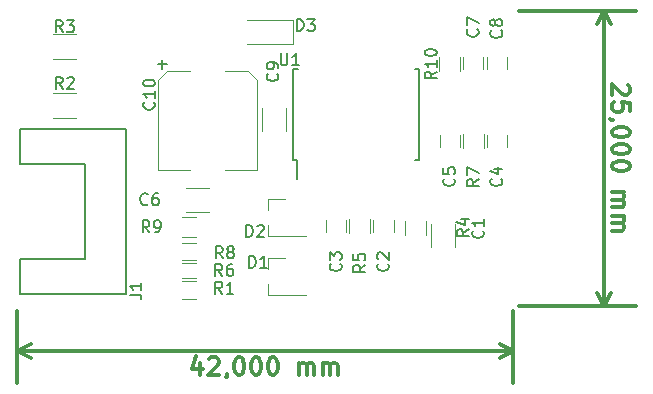
<source format=gto>
G04 #@! TF.FileFunction,Legend,Top*
%FSLAX46Y46*%
G04 Gerber Fmt 4.6, Leading zero omitted, Abs format (unit mm)*
G04 Created by KiCad (PCBNEW 4.0.7) date 06/29/18 00:15:07*
%MOMM*%
%LPD*%
G01*
G04 APERTURE LIST*
%ADD10C,0.100000*%
%ADD11C,0.300000*%
%ADD12C,0.120000*%
%ADD13C,0.150000*%
G04 APERTURE END LIST*
D10*
D11*
X164000001Y-100328571D02*
X164000001Y-101328571D01*
X163642858Y-99757143D02*
X163285715Y-100828571D01*
X164214287Y-100828571D01*
X164714286Y-99971429D02*
X164785715Y-99900000D01*
X164928572Y-99828571D01*
X165285715Y-99828571D01*
X165428572Y-99900000D01*
X165500001Y-99971429D01*
X165571429Y-100114286D01*
X165571429Y-100257143D01*
X165500001Y-100471429D01*
X164642858Y-101328571D01*
X165571429Y-101328571D01*
X166285714Y-101257143D02*
X166285714Y-101328571D01*
X166214286Y-101471429D01*
X166142857Y-101542857D01*
X167214286Y-99828571D02*
X167357143Y-99828571D01*
X167500000Y-99900000D01*
X167571429Y-99971429D01*
X167642858Y-100114286D01*
X167714286Y-100400000D01*
X167714286Y-100757143D01*
X167642858Y-101042857D01*
X167571429Y-101185714D01*
X167500000Y-101257143D01*
X167357143Y-101328571D01*
X167214286Y-101328571D01*
X167071429Y-101257143D01*
X167000000Y-101185714D01*
X166928572Y-101042857D01*
X166857143Y-100757143D01*
X166857143Y-100400000D01*
X166928572Y-100114286D01*
X167000000Y-99971429D01*
X167071429Y-99900000D01*
X167214286Y-99828571D01*
X168642857Y-99828571D02*
X168785714Y-99828571D01*
X168928571Y-99900000D01*
X169000000Y-99971429D01*
X169071429Y-100114286D01*
X169142857Y-100400000D01*
X169142857Y-100757143D01*
X169071429Y-101042857D01*
X169000000Y-101185714D01*
X168928571Y-101257143D01*
X168785714Y-101328571D01*
X168642857Y-101328571D01*
X168500000Y-101257143D01*
X168428571Y-101185714D01*
X168357143Y-101042857D01*
X168285714Y-100757143D01*
X168285714Y-100400000D01*
X168357143Y-100114286D01*
X168428571Y-99971429D01*
X168500000Y-99900000D01*
X168642857Y-99828571D01*
X170071428Y-99828571D02*
X170214285Y-99828571D01*
X170357142Y-99900000D01*
X170428571Y-99971429D01*
X170500000Y-100114286D01*
X170571428Y-100400000D01*
X170571428Y-100757143D01*
X170500000Y-101042857D01*
X170428571Y-101185714D01*
X170357142Y-101257143D01*
X170214285Y-101328571D01*
X170071428Y-101328571D01*
X169928571Y-101257143D01*
X169857142Y-101185714D01*
X169785714Y-101042857D01*
X169714285Y-100757143D01*
X169714285Y-100400000D01*
X169785714Y-100114286D01*
X169857142Y-99971429D01*
X169928571Y-99900000D01*
X170071428Y-99828571D01*
X172357142Y-101328571D02*
X172357142Y-100328571D01*
X172357142Y-100471429D02*
X172428570Y-100400000D01*
X172571428Y-100328571D01*
X172785713Y-100328571D01*
X172928570Y-100400000D01*
X172999999Y-100542857D01*
X172999999Y-101328571D01*
X172999999Y-100542857D02*
X173071428Y-100400000D01*
X173214285Y-100328571D01*
X173428570Y-100328571D01*
X173571428Y-100400000D01*
X173642856Y-100542857D01*
X173642856Y-101328571D01*
X174357142Y-101328571D02*
X174357142Y-100328571D01*
X174357142Y-100471429D02*
X174428570Y-100400000D01*
X174571428Y-100328571D01*
X174785713Y-100328571D01*
X174928570Y-100400000D01*
X174999999Y-100542857D01*
X174999999Y-101328571D01*
X174999999Y-100542857D02*
X175071428Y-100400000D01*
X175214285Y-100328571D01*
X175428570Y-100328571D01*
X175571428Y-100400000D01*
X175642856Y-100542857D01*
X175642856Y-101328571D01*
X148500000Y-99300000D02*
X190500000Y-99300000D01*
X148500000Y-95900000D02*
X148500000Y-102000000D01*
X190500000Y-95900000D02*
X190500000Y-102000000D01*
X190500000Y-99300000D02*
X189373496Y-99886421D01*
X190500000Y-99300000D02*
X189373496Y-98713579D01*
X148500000Y-99300000D02*
X149626504Y-99886421D01*
X148500000Y-99300000D02*
X149626504Y-98713579D01*
X200228571Y-76785715D02*
X200300000Y-76857144D01*
X200371429Y-77000001D01*
X200371429Y-77357144D01*
X200300000Y-77500001D01*
X200228571Y-77571430D01*
X200085714Y-77642858D01*
X199942857Y-77642858D01*
X199728571Y-77571430D01*
X198871429Y-76714287D01*
X198871429Y-77642858D01*
X200371429Y-79000001D02*
X200371429Y-78285715D01*
X199657143Y-78214286D01*
X199728571Y-78285715D01*
X199800000Y-78428572D01*
X199800000Y-78785715D01*
X199728571Y-78928572D01*
X199657143Y-79000001D01*
X199514286Y-79071429D01*
X199157143Y-79071429D01*
X199014286Y-79000001D01*
X198942857Y-78928572D01*
X198871429Y-78785715D01*
X198871429Y-78428572D01*
X198942857Y-78285715D01*
X199014286Y-78214286D01*
X198942857Y-79785714D02*
X198871429Y-79785714D01*
X198728571Y-79714286D01*
X198657143Y-79642857D01*
X200371429Y-80714286D02*
X200371429Y-80857143D01*
X200300000Y-81000000D01*
X200228571Y-81071429D01*
X200085714Y-81142858D01*
X199800000Y-81214286D01*
X199442857Y-81214286D01*
X199157143Y-81142858D01*
X199014286Y-81071429D01*
X198942857Y-81000000D01*
X198871429Y-80857143D01*
X198871429Y-80714286D01*
X198942857Y-80571429D01*
X199014286Y-80500000D01*
X199157143Y-80428572D01*
X199442857Y-80357143D01*
X199800000Y-80357143D01*
X200085714Y-80428572D01*
X200228571Y-80500000D01*
X200300000Y-80571429D01*
X200371429Y-80714286D01*
X200371429Y-82142857D02*
X200371429Y-82285714D01*
X200300000Y-82428571D01*
X200228571Y-82500000D01*
X200085714Y-82571429D01*
X199800000Y-82642857D01*
X199442857Y-82642857D01*
X199157143Y-82571429D01*
X199014286Y-82500000D01*
X198942857Y-82428571D01*
X198871429Y-82285714D01*
X198871429Y-82142857D01*
X198942857Y-82000000D01*
X199014286Y-81928571D01*
X199157143Y-81857143D01*
X199442857Y-81785714D01*
X199800000Y-81785714D01*
X200085714Y-81857143D01*
X200228571Y-81928571D01*
X200300000Y-82000000D01*
X200371429Y-82142857D01*
X200371429Y-83571428D02*
X200371429Y-83714285D01*
X200300000Y-83857142D01*
X200228571Y-83928571D01*
X200085714Y-84000000D01*
X199800000Y-84071428D01*
X199442857Y-84071428D01*
X199157143Y-84000000D01*
X199014286Y-83928571D01*
X198942857Y-83857142D01*
X198871429Y-83714285D01*
X198871429Y-83571428D01*
X198942857Y-83428571D01*
X199014286Y-83357142D01*
X199157143Y-83285714D01*
X199442857Y-83214285D01*
X199800000Y-83214285D01*
X200085714Y-83285714D01*
X200228571Y-83357142D01*
X200300000Y-83428571D01*
X200371429Y-83571428D01*
X198871429Y-85857142D02*
X199871429Y-85857142D01*
X199728571Y-85857142D02*
X199800000Y-85928570D01*
X199871429Y-86071428D01*
X199871429Y-86285713D01*
X199800000Y-86428570D01*
X199657143Y-86499999D01*
X198871429Y-86499999D01*
X199657143Y-86499999D02*
X199800000Y-86571428D01*
X199871429Y-86714285D01*
X199871429Y-86928570D01*
X199800000Y-87071428D01*
X199657143Y-87142856D01*
X198871429Y-87142856D01*
X198871429Y-87857142D02*
X199871429Y-87857142D01*
X199728571Y-87857142D02*
X199800000Y-87928570D01*
X199871429Y-88071428D01*
X199871429Y-88285713D01*
X199800000Y-88428570D01*
X199657143Y-88499999D01*
X198871429Y-88499999D01*
X199657143Y-88499999D02*
X199800000Y-88571428D01*
X199871429Y-88714285D01*
X199871429Y-88928570D01*
X199800000Y-89071428D01*
X199657143Y-89142856D01*
X198871429Y-89142856D01*
X198200000Y-70500000D02*
X198200000Y-95500000D01*
X191000000Y-70500000D02*
X200900000Y-70500000D01*
X191000000Y-95500000D02*
X200900000Y-95500000D01*
X198200000Y-95500000D02*
X197613579Y-94373496D01*
X198200000Y-95500000D02*
X198786421Y-94373496D01*
X198200000Y-70500000D02*
X197613579Y-71626504D01*
X198200000Y-70500000D02*
X198786421Y-71626504D01*
D12*
X188250000Y-74400000D02*
X188250000Y-75400000D01*
X189950000Y-75400000D02*
X189950000Y-74400000D01*
D13*
X171875000Y-83175000D02*
X172150000Y-83175000D01*
X171875000Y-75425000D02*
X172230000Y-75425000D01*
X182525000Y-75425000D02*
X182170000Y-75425000D01*
X182525000Y-83175000D02*
X182170000Y-83175000D01*
X171875000Y-83175000D02*
X171875000Y-75425000D01*
X182525000Y-83175000D02*
X182525000Y-75425000D01*
X172150000Y-83175000D02*
X172150000Y-84700000D01*
D12*
X185532000Y-90528000D02*
X185532000Y-88528000D01*
X183492000Y-88528000D02*
X183492000Y-90528000D01*
X178650000Y-88250000D02*
X178650000Y-89250000D01*
X180350000Y-89250000D02*
X180350000Y-88250000D01*
X176350000Y-89250000D02*
X176350000Y-88250000D01*
X174650000Y-88250000D02*
X174650000Y-89250000D01*
X188250000Y-81000000D02*
X188250000Y-82000000D01*
X189950000Y-82000000D02*
X189950000Y-81000000D01*
X184250000Y-81000000D02*
X184250000Y-82000000D01*
X185950000Y-82000000D02*
X185950000Y-81000000D01*
X162750000Y-87520000D02*
X164750000Y-87520000D01*
X164750000Y-85480000D02*
X162750000Y-85480000D01*
X186250000Y-74400000D02*
X186250000Y-75400000D01*
X187950000Y-75400000D02*
X187950000Y-74400000D01*
X171220000Y-80700000D02*
X171220000Y-78700000D01*
X169180000Y-78700000D02*
X169180000Y-80700000D01*
X160410000Y-83994000D02*
X163090000Y-83994000D01*
X168790000Y-83994000D02*
X166110000Y-83994000D01*
X168030000Y-75614000D02*
X166110000Y-75614000D01*
X161170000Y-75614000D02*
X163090000Y-75614000D01*
X160410000Y-83994000D02*
X160410000Y-76374000D01*
X160410000Y-76374000D02*
X161170000Y-75614000D01*
X168030000Y-75614000D02*
X168790000Y-76374000D01*
X168790000Y-76374000D02*
X168790000Y-83994000D01*
X169740000Y-91420000D02*
X169740000Y-92350000D01*
X169740000Y-94580000D02*
X169740000Y-93650000D01*
X169740000Y-94580000D02*
X172900000Y-94580000D01*
X169740000Y-91420000D02*
X171200000Y-91420000D01*
X169740000Y-86420000D02*
X169740000Y-87350000D01*
X169740000Y-89580000D02*
X169740000Y-88650000D01*
X169740000Y-89580000D02*
X172900000Y-89580000D01*
X169740000Y-86420000D02*
X171200000Y-86420000D01*
X171850000Y-73300000D02*
X171850000Y-71300000D01*
X171850000Y-71300000D02*
X167950000Y-71300000D01*
X171850000Y-73300000D02*
X167950000Y-73300000D01*
D13*
X154210000Y-91500000D02*
X152210000Y-91500000D01*
X154210000Y-83500000D02*
X154210000Y-91500000D01*
X149210000Y-83500000D02*
X154210000Y-83500000D01*
X157710000Y-83500000D02*
X157710000Y-91500000D01*
X157710000Y-94500000D02*
X157210000Y-94500000D01*
X157710000Y-91500000D02*
X157710000Y-94500000D01*
X148710000Y-94500000D02*
X149210000Y-94500000D01*
X148710000Y-91500000D02*
X148710000Y-94500000D01*
X149210000Y-91500000D02*
X148710000Y-91500000D01*
X148710000Y-83500000D02*
X149210000Y-83500000D01*
X148710000Y-80500000D02*
X148710000Y-83500000D01*
X149210000Y-80500000D02*
X148710000Y-80500000D01*
X157710000Y-80500000D02*
X157710000Y-83500000D01*
X157210000Y-80500000D02*
X157710000Y-80500000D01*
X151710000Y-91500000D02*
X152210000Y-91500000D01*
X149210000Y-80500000D02*
X157210000Y-80500000D01*
X149210000Y-91500000D02*
X151710000Y-91500000D01*
X157210000Y-94500000D02*
X149210000Y-94500000D01*
D12*
X162400000Y-93120000D02*
X163600000Y-93120000D01*
X163600000Y-94880000D02*
X162400000Y-94880000D01*
X153500000Y-79570000D02*
X151500000Y-79570000D01*
X151500000Y-77430000D02*
X153500000Y-77430000D01*
X151500000Y-72430000D02*
X153500000Y-72430000D01*
X153500000Y-74570000D02*
X151500000Y-74570000D01*
X181346000Y-89493000D02*
X181346000Y-88293000D01*
X183106000Y-88293000D02*
X183106000Y-89493000D01*
X178380000Y-88150000D02*
X178380000Y-89350000D01*
X176620000Y-89350000D02*
X176620000Y-88150000D01*
X162400000Y-91620000D02*
X163600000Y-91620000D01*
X163600000Y-93380000D02*
X162400000Y-93380000D01*
X187980000Y-80900000D02*
X187980000Y-82100000D01*
X186220000Y-82100000D02*
X186220000Y-80900000D01*
X163600000Y-91880000D02*
X162400000Y-91880000D01*
X162400000Y-90120000D02*
X163600000Y-90120000D01*
X163600000Y-89680000D02*
X162400000Y-89680000D01*
X162400000Y-87920000D02*
X163600000Y-87920000D01*
X184220000Y-75600000D02*
X184220000Y-74400000D01*
X185980000Y-74400000D02*
X185980000Y-75600000D01*
D13*
X189457143Y-72166666D02*
X189504762Y-72214285D01*
X189552381Y-72357142D01*
X189552381Y-72452380D01*
X189504762Y-72595238D01*
X189409524Y-72690476D01*
X189314286Y-72738095D01*
X189123810Y-72785714D01*
X188980952Y-72785714D01*
X188790476Y-72738095D01*
X188695238Y-72690476D01*
X188600000Y-72595238D01*
X188552381Y-72452380D01*
X188552381Y-72357142D01*
X188600000Y-72214285D01*
X188647619Y-72166666D01*
X188980952Y-71595238D02*
X188933333Y-71690476D01*
X188885714Y-71738095D01*
X188790476Y-71785714D01*
X188742857Y-71785714D01*
X188647619Y-71738095D01*
X188600000Y-71690476D01*
X188552381Y-71595238D01*
X188552381Y-71404761D01*
X188600000Y-71309523D01*
X188647619Y-71261904D01*
X188742857Y-71214285D01*
X188790476Y-71214285D01*
X188885714Y-71261904D01*
X188933333Y-71309523D01*
X188980952Y-71404761D01*
X188980952Y-71595238D01*
X189028571Y-71690476D01*
X189076190Y-71738095D01*
X189171429Y-71785714D01*
X189361905Y-71785714D01*
X189457143Y-71738095D01*
X189504762Y-71690476D01*
X189552381Y-71595238D01*
X189552381Y-71404761D01*
X189504762Y-71309523D01*
X189457143Y-71261904D01*
X189361905Y-71214285D01*
X189171429Y-71214285D01*
X189076190Y-71261904D01*
X189028571Y-71309523D01*
X188980952Y-71404761D01*
X170788095Y-74102381D02*
X170788095Y-74911905D01*
X170835714Y-75007143D01*
X170883333Y-75054762D01*
X170978571Y-75102381D01*
X171169048Y-75102381D01*
X171264286Y-75054762D01*
X171311905Y-75007143D01*
X171359524Y-74911905D01*
X171359524Y-74102381D01*
X172359524Y-75102381D02*
X171788095Y-75102381D01*
X172073809Y-75102381D02*
X172073809Y-74102381D01*
X171978571Y-74245238D01*
X171883333Y-74340476D01*
X171788095Y-74388095D01*
X187907143Y-89116666D02*
X187954762Y-89164285D01*
X188002381Y-89307142D01*
X188002381Y-89402380D01*
X187954762Y-89545238D01*
X187859524Y-89640476D01*
X187764286Y-89688095D01*
X187573810Y-89735714D01*
X187430952Y-89735714D01*
X187240476Y-89688095D01*
X187145238Y-89640476D01*
X187050000Y-89545238D01*
X187002381Y-89402380D01*
X187002381Y-89307142D01*
X187050000Y-89164285D01*
X187097619Y-89116666D01*
X188002381Y-88164285D02*
X188002381Y-88735714D01*
X188002381Y-88450000D02*
X187002381Y-88450000D01*
X187145238Y-88545238D01*
X187240476Y-88640476D01*
X187288095Y-88735714D01*
X179857143Y-91916666D02*
X179904762Y-91964285D01*
X179952381Y-92107142D01*
X179952381Y-92202380D01*
X179904762Y-92345238D01*
X179809524Y-92440476D01*
X179714286Y-92488095D01*
X179523810Y-92535714D01*
X179380952Y-92535714D01*
X179190476Y-92488095D01*
X179095238Y-92440476D01*
X179000000Y-92345238D01*
X178952381Y-92202380D01*
X178952381Y-92107142D01*
X179000000Y-91964285D01*
X179047619Y-91916666D01*
X179047619Y-91535714D02*
X179000000Y-91488095D01*
X178952381Y-91392857D01*
X178952381Y-91154761D01*
X179000000Y-91059523D01*
X179047619Y-91011904D01*
X179142857Y-90964285D01*
X179238095Y-90964285D01*
X179380952Y-91011904D01*
X179952381Y-91583333D01*
X179952381Y-90964285D01*
X175857143Y-91916666D02*
X175904762Y-91964285D01*
X175952381Y-92107142D01*
X175952381Y-92202380D01*
X175904762Y-92345238D01*
X175809524Y-92440476D01*
X175714286Y-92488095D01*
X175523810Y-92535714D01*
X175380952Y-92535714D01*
X175190476Y-92488095D01*
X175095238Y-92440476D01*
X175000000Y-92345238D01*
X174952381Y-92202380D01*
X174952381Y-92107142D01*
X175000000Y-91964285D01*
X175047619Y-91916666D01*
X174952381Y-91583333D02*
X174952381Y-90964285D01*
X175333333Y-91297619D01*
X175333333Y-91154761D01*
X175380952Y-91059523D01*
X175428571Y-91011904D01*
X175523810Y-90964285D01*
X175761905Y-90964285D01*
X175857143Y-91011904D01*
X175904762Y-91059523D01*
X175952381Y-91154761D01*
X175952381Y-91440476D01*
X175904762Y-91535714D01*
X175857143Y-91583333D01*
X189457143Y-84716666D02*
X189504762Y-84764285D01*
X189552381Y-84907142D01*
X189552381Y-85002380D01*
X189504762Y-85145238D01*
X189409524Y-85240476D01*
X189314286Y-85288095D01*
X189123810Y-85335714D01*
X188980952Y-85335714D01*
X188790476Y-85288095D01*
X188695238Y-85240476D01*
X188600000Y-85145238D01*
X188552381Y-85002380D01*
X188552381Y-84907142D01*
X188600000Y-84764285D01*
X188647619Y-84716666D01*
X188885714Y-83859523D02*
X189552381Y-83859523D01*
X188504762Y-84097619D02*
X189219048Y-84335714D01*
X189219048Y-83716666D01*
X185457143Y-84716666D02*
X185504762Y-84764285D01*
X185552381Y-84907142D01*
X185552381Y-85002380D01*
X185504762Y-85145238D01*
X185409524Y-85240476D01*
X185314286Y-85288095D01*
X185123810Y-85335714D01*
X184980952Y-85335714D01*
X184790476Y-85288095D01*
X184695238Y-85240476D01*
X184600000Y-85145238D01*
X184552381Y-85002380D01*
X184552381Y-84907142D01*
X184600000Y-84764285D01*
X184647619Y-84716666D01*
X184552381Y-83811904D02*
X184552381Y-84288095D01*
X185028571Y-84335714D01*
X184980952Y-84288095D01*
X184933333Y-84192857D01*
X184933333Y-83954761D01*
X184980952Y-83859523D01*
X185028571Y-83811904D01*
X185123810Y-83764285D01*
X185361905Y-83764285D01*
X185457143Y-83811904D01*
X185504762Y-83859523D01*
X185552381Y-83954761D01*
X185552381Y-84192857D01*
X185504762Y-84288095D01*
X185457143Y-84335714D01*
X159533334Y-86857143D02*
X159485715Y-86904762D01*
X159342858Y-86952381D01*
X159247620Y-86952381D01*
X159104762Y-86904762D01*
X159009524Y-86809524D01*
X158961905Y-86714286D01*
X158914286Y-86523810D01*
X158914286Y-86380952D01*
X158961905Y-86190476D01*
X159009524Y-86095238D01*
X159104762Y-86000000D01*
X159247620Y-85952381D01*
X159342858Y-85952381D01*
X159485715Y-86000000D01*
X159533334Y-86047619D01*
X160390477Y-85952381D02*
X160200000Y-85952381D01*
X160104762Y-86000000D01*
X160057143Y-86047619D01*
X159961905Y-86190476D01*
X159914286Y-86380952D01*
X159914286Y-86761905D01*
X159961905Y-86857143D01*
X160009524Y-86904762D01*
X160104762Y-86952381D01*
X160295239Y-86952381D01*
X160390477Y-86904762D01*
X160438096Y-86857143D01*
X160485715Y-86761905D01*
X160485715Y-86523810D01*
X160438096Y-86428571D01*
X160390477Y-86380952D01*
X160295239Y-86333333D01*
X160104762Y-86333333D01*
X160009524Y-86380952D01*
X159961905Y-86428571D01*
X159914286Y-86523810D01*
X187457143Y-72066666D02*
X187504762Y-72114285D01*
X187552381Y-72257142D01*
X187552381Y-72352380D01*
X187504762Y-72495238D01*
X187409524Y-72590476D01*
X187314286Y-72638095D01*
X187123810Y-72685714D01*
X186980952Y-72685714D01*
X186790476Y-72638095D01*
X186695238Y-72590476D01*
X186600000Y-72495238D01*
X186552381Y-72352380D01*
X186552381Y-72257142D01*
X186600000Y-72114285D01*
X186647619Y-72066666D01*
X186552381Y-71733333D02*
X186552381Y-71066666D01*
X187552381Y-71495238D01*
X170507143Y-75816666D02*
X170554762Y-75864285D01*
X170602381Y-76007142D01*
X170602381Y-76102380D01*
X170554762Y-76245238D01*
X170459524Y-76340476D01*
X170364286Y-76388095D01*
X170173810Y-76435714D01*
X170030952Y-76435714D01*
X169840476Y-76388095D01*
X169745238Y-76340476D01*
X169650000Y-76245238D01*
X169602381Y-76102380D01*
X169602381Y-76007142D01*
X169650000Y-75864285D01*
X169697619Y-75816666D01*
X170602381Y-75340476D02*
X170602381Y-75150000D01*
X170554762Y-75054761D01*
X170507143Y-75007142D01*
X170364286Y-74911904D01*
X170173810Y-74864285D01*
X169792857Y-74864285D01*
X169697619Y-74911904D01*
X169650000Y-74959523D01*
X169602381Y-75054761D01*
X169602381Y-75245238D01*
X169650000Y-75340476D01*
X169697619Y-75388095D01*
X169792857Y-75435714D01*
X170030952Y-75435714D01*
X170126190Y-75388095D01*
X170173810Y-75340476D01*
X170221429Y-75245238D01*
X170221429Y-75054761D01*
X170173810Y-74959523D01*
X170126190Y-74911904D01*
X170030952Y-74864285D01*
X160057143Y-78242857D02*
X160104762Y-78290476D01*
X160152381Y-78433333D01*
X160152381Y-78528571D01*
X160104762Y-78671429D01*
X160009524Y-78766667D01*
X159914286Y-78814286D01*
X159723810Y-78861905D01*
X159580952Y-78861905D01*
X159390476Y-78814286D01*
X159295238Y-78766667D01*
X159200000Y-78671429D01*
X159152381Y-78528571D01*
X159152381Y-78433333D01*
X159200000Y-78290476D01*
X159247619Y-78242857D01*
X160152381Y-77290476D02*
X160152381Y-77861905D01*
X160152381Y-77576191D02*
X159152381Y-77576191D01*
X159295238Y-77671429D01*
X159390476Y-77766667D01*
X159438095Y-77861905D01*
X159152381Y-76671429D02*
X159152381Y-76576190D01*
X159200000Y-76480952D01*
X159247619Y-76433333D01*
X159342857Y-76385714D01*
X159533333Y-76338095D01*
X159771429Y-76338095D01*
X159961905Y-76385714D01*
X160057143Y-76433333D01*
X160104762Y-76480952D01*
X160152381Y-76576190D01*
X160152381Y-76671429D01*
X160104762Y-76766667D01*
X160057143Y-76814286D01*
X159961905Y-76861905D01*
X159771429Y-76909524D01*
X159533333Y-76909524D01*
X159342857Y-76861905D01*
X159247619Y-76814286D01*
X159200000Y-76766667D01*
X159152381Y-76671429D01*
X160771429Y-75404952D02*
X160771429Y-74643047D01*
X161152381Y-75023999D02*
X160390476Y-75023999D01*
X168111905Y-92252381D02*
X168111905Y-91252381D01*
X168350000Y-91252381D01*
X168492858Y-91300000D01*
X168588096Y-91395238D01*
X168635715Y-91490476D01*
X168683334Y-91680952D01*
X168683334Y-91823810D01*
X168635715Y-92014286D01*
X168588096Y-92109524D01*
X168492858Y-92204762D01*
X168350000Y-92252381D01*
X168111905Y-92252381D01*
X169635715Y-92252381D02*
X169064286Y-92252381D01*
X169350000Y-92252381D02*
X169350000Y-91252381D01*
X169254762Y-91395238D01*
X169159524Y-91490476D01*
X169064286Y-91538095D01*
X167861905Y-89652381D02*
X167861905Y-88652381D01*
X168100000Y-88652381D01*
X168242858Y-88700000D01*
X168338096Y-88795238D01*
X168385715Y-88890476D01*
X168433334Y-89080952D01*
X168433334Y-89223810D01*
X168385715Y-89414286D01*
X168338096Y-89509524D01*
X168242858Y-89604762D01*
X168100000Y-89652381D01*
X167861905Y-89652381D01*
X168814286Y-88747619D02*
X168861905Y-88700000D01*
X168957143Y-88652381D01*
X169195239Y-88652381D01*
X169290477Y-88700000D01*
X169338096Y-88747619D01*
X169385715Y-88842857D01*
X169385715Y-88938095D01*
X169338096Y-89080952D01*
X168766667Y-89652381D01*
X169385715Y-89652381D01*
X172161905Y-72202381D02*
X172161905Y-71202381D01*
X172400000Y-71202381D01*
X172542858Y-71250000D01*
X172638096Y-71345238D01*
X172685715Y-71440476D01*
X172733334Y-71630952D01*
X172733334Y-71773810D01*
X172685715Y-71964286D01*
X172638096Y-72059524D01*
X172542858Y-72154762D01*
X172400000Y-72202381D01*
X172161905Y-72202381D01*
X173066667Y-71202381D02*
X173685715Y-71202381D01*
X173352381Y-71583333D01*
X173495239Y-71583333D01*
X173590477Y-71630952D01*
X173638096Y-71678571D01*
X173685715Y-71773810D01*
X173685715Y-72011905D01*
X173638096Y-72107143D01*
X173590477Y-72154762D01*
X173495239Y-72202381D01*
X173209524Y-72202381D01*
X173114286Y-72154762D01*
X173066667Y-72107143D01*
X158002381Y-94533333D02*
X158716667Y-94533333D01*
X158859524Y-94580953D01*
X158954762Y-94676191D01*
X159002381Y-94819048D01*
X159002381Y-94914286D01*
X159002381Y-93533333D02*
X159002381Y-94104762D01*
X159002381Y-93819048D02*
X158002381Y-93819048D01*
X158145238Y-93914286D01*
X158240476Y-94009524D01*
X158288095Y-94104762D01*
X165833334Y-94452381D02*
X165500000Y-93976190D01*
X165261905Y-94452381D02*
X165261905Y-93452381D01*
X165642858Y-93452381D01*
X165738096Y-93500000D01*
X165785715Y-93547619D01*
X165833334Y-93642857D01*
X165833334Y-93785714D01*
X165785715Y-93880952D01*
X165738096Y-93928571D01*
X165642858Y-93976190D01*
X165261905Y-93976190D01*
X166785715Y-94452381D02*
X166214286Y-94452381D01*
X166500000Y-94452381D02*
X166500000Y-93452381D01*
X166404762Y-93595238D01*
X166309524Y-93690476D01*
X166214286Y-93738095D01*
X152333334Y-77102381D02*
X152000000Y-76626190D01*
X151761905Y-77102381D02*
X151761905Y-76102381D01*
X152142858Y-76102381D01*
X152238096Y-76150000D01*
X152285715Y-76197619D01*
X152333334Y-76292857D01*
X152333334Y-76435714D01*
X152285715Y-76530952D01*
X152238096Y-76578571D01*
X152142858Y-76626190D01*
X151761905Y-76626190D01*
X152714286Y-76197619D02*
X152761905Y-76150000D01*
X152857143Y-76102381D01*
X153095239Y-76102381D01*
X153190477Y-76150000D01*
X153238096Y-76197619D01*
X153285715Y-76292857D01*
X153285715Y-76388095D01*
X153238096Y-76530952D01*
X152666667Y-77102381D01*
X153285715Y-77102381D01*
X152333334Y-72302381D02*
X152000000Y-71826190D01*
X151761905Y-72302381D02*
X151761905Y-71302381D01*
X152142858Y-71302381D01*
X152238096Y-71350000D01*
X152285715Y-71397619D01*
X152333334Y-71492857D01*
X152333334Y-71635714D01*
X152285715Y-71730952D01*
X152238096Y-71778571D01*
X152142858Y-71826190D01*
X151761905Y-71826190D01*
X152666667Y-71302381D02*
X153285715Y-71302381D01*
X152952381Y-71683333D01*
X153095239Y-71683333D01*
X153190477Y-71730952D01*
X153238096Y-71778571D01*
X153285715Y-71873810D01*
X153285715Y-72111905D01*
X153238096Y-72207143D01*
X153190477Y-72254762D01*
X153095239Y-72302381D01*
X152809524Y-72302381D01*
X152714286Y-72254762D01*
X152666667Y-72207143D01*
X186702381Y-89016666D02*
X186226190Y-89350000D01*
X186702381Y-89588095D02*
X185702381Y-89588095D01*
X185702381Y-89207142D01*
X185750000Y-89111904D01*
X185797619Y-89064285D01*
X185892857Y-89016666D01*
X186035714Y-89016666D01*
X186130952Y-89064285D01*
X186178571Y-89111904D01*
X186226190Y-89207142D01*
X186226190Y-89588095D01*
X186035714Y-88159523D02*
X186702381Y-88159523D01*
X185654762Y-88397619D02*
X186369048Y-88635714D01*
X186369048Y-88016666D01*
X177952381Y-92016666D02*
X177476190Y-92350000D01*
X177952381Y-92588095D02*
X176952381Y-92588095D01*
X176952381Y-92207142D01*
X177000000Y-92111904D01*
X177047619Y-92064285D01*
X177142857Y-92016666D01*
X177285714Y-92016666D01*
X177380952Y-92064285D01*
X177428571Y-92111904D01*
X177476190Y-92207142D01*
X177476190Y-92588095D01*
X176952381Y-91111904D02*
X176952381Y-91588095D01*
X177428571Y-91635714D01*
X177380952Y-91588095D01*
X177333333Y-91492857D01*
X177333333Y-91254761D01*
X177380952Y-91159523D01*
X177428571Y-91111904D01*
X177523810Y-91064285D01*
X177761905Y-91064285D01*
X177857143Y-91111904D01*
X177904762Y-91159523D01*
X177952381Y-91254761D01*
X177952381Y-91492857D01*
X177904762Y-91588095D01*
X177857143Y-91635714D01*
X165833334Y-92952381D02*
X165500000Y-92476190D01*
X165261905Y-92952381D02*
X165261905Y-91952381D01*
X165642858Y-91952381D01*
X165738096Y-92000000D01*
X165785715Y-92047619D01*
X165833334Y-92142857D01*
X165833334Y-92285714D01*
X165785715Y-92380952D01*
X165738096Y-92428571D01*
X165642858Y-92476190D01*
X165261905Y-92476190D01*
X166690477Y-91952381D02*
X166500000Y-91952381D01*
X166404762Y-92000000D01*
X166357143Y-92047619D01*
X166261905Y-92190476D01*
X166214286Y-92380952D01*
X166214286Y-92761905D01*
X166261905Y-92857143D01*
X166309524Y-92904762D01*
X166404762Y-92952381D01*
X166595239Y-92952381D01*
X166690477Y-92904762D01*
X166738096Y-92857143D01*
X166785715Y-92761905D01*
X166785715Y-92523810D01*
X166738096Y-92428571D01*
X166690477Y-92380952D01*
X166595239Y-92333333D01*
X166404762Y-92333333D01*
X166309524Y-92380952D01*
X166261905Y-92428571D01*
X166214286Y-92523810D01*
X187552381Y-84766666D02*
X187076190Y-85100000D01*
X187552381Y-85338095D02*
X186552381Y-85338095D01*
X186552381Y-84957142D01*
X186600000Y-84861904D01*
X186647619Y-84814285D01*
X186742857Y-84766666D01*
X186885714Y-84766666D01*
X186980952Y-84814285D01*
X187028571Y-84861904D01*
X187076190Y-84957142D01*
X187076190Y-85338095D01*
X186552381Y-84433333D02*
X186552381Y-83766666D01*
X187552381Y-84195238D01*
X165883334Y-91452381D02*
X165550000Y-90976190D01*
X165311905Y-91452381D02*
X165311905Y-90452381D01*
X165692858Y-90452381D01*
X165788096Y-90500000D01*
X165835715Y-90547619D01*
X165883334Y-90642857D01*
X165883334Y-90785714D01*
X165835715Y-90880952D01*
X165788096Y-90928571D01*
X165692858Y-90976190D01*
X165311905Y-90976190D01*
X166454762Y-90880952D02*
X166359524Y-90833333D01*
X166311905Y-90785714D01*
X166264286Y-90690476D01*
X166264286Y-90642857D01*
X166311905Y-90547619D01*
X166359524Y-90500000D01*
X166454762Y-90452381D01*
X166645239Y-90452381D01*
X166740477Y-90500000D01*
X166788096Y-90547619D01*
X166835715Y-90642857D01*
X166835715Y-90690476D01*
X166788096Y-90785714D01*
X166740477Y-90833333D01*
X166645239Y-90880952D01*
X166454762Y-90880952D01*
X166359524Y-90928571D01*
X166311905Y-90976190D01*
X166264286Y-91071429D01*
X166264286Y-91261905D01*
X166311905Y-91357143D01*
X166359524Y-91404762D01*
X166454762Y-91452381D01*
X166645239Y-91452381D01*
X166740477Y-91404762D01*
X166788096Y-91357143D01*
X166835715Y-91261905D01*
X166835715Y-91071429D01*
X166788096Y-90976190D01*
X166740477Y-90928571D01*
X166645239Y-90880952D01*
X159683334Y-89252381D02*
X159350000Y-88776190D01*
X159111905Y-89252381D02*
X159111905Y-88252381D01*
X159492858Y-88252381D01*
X159588096Y-88300000D01*
X159635715Y-88347619D01*
X159683334Y-88442857D01*
X159683334Y-88585714D01*
X159635715Y-88680952D01*
X159588096Y-88728571D01*
X159492858Y-88776190D01*
X159111905Y-88776190D01*
X160159524Y-89252381D02*
X160350000Y-89252381D01*
X160445239Y-89204762D01*
X160492858Y-89157143D01*
X160588096Y-89014286D01*
X160635715Y-88823810D01*
X160635715Y-88442857D01*
X160588096Y-88347619D01*
X160540477Y-88300000D01*
X160445239Y-88252381D01*
X160254762Y-88252381D01*
X160159524Y-88300000D01*
X160111905Y-88347619D01*
X160064286Y-88442857D01*
X160064286Y-88680952D01*
X160111905Y-88776190D01*
X160159524Y-88823810D01*
X160254762Y-88871429D01*
X160445239Y-88871429D01*
X160540477Y-88823810D01*
X160588096Y-88776190D01*
X160635715Y-88680952D01*
X184002381Y-75642857D02*
X183526190Y-75976191D01*
X184002381Y-76214286D02*
X183002381Y-76214286D01*
X183002381Y-75833333D01*
X183050000Y-75738095D01*
X183097619Y-75690476D01*
X183192857Y-75642857D01*
X183335714Y-75642857D01*
X183430952Y-75690476D01*
X183478571Y-75738095D01*
X183526190Y-75833333D01*
X183526190Y-76214286D01*
X184002381Y-74690476D02*
X184002381Y-75261905D01*
X184002381Y-74976191D02*
X183002381Y-74976191D01*
X183145238Y-75071429D01*
X183240476Y-75166667D01*
X183288095Y-75261905D01*
X183002381Y-74071429D02*
X183002381Y-73976190D01*
X183050000Y-73880952D01*
X183097619Y-73833333D01*
X183192857Y-73785714D01*
X183383333Y-73738095D01*
X183621429Y-73738095D01*
X183811905Y-73785714D01*
X183907143Y-73833333D01*
X183954762Y-73880952D01*
X184002381Y-73976190D01*
X184002381Y-74071429D01*
X183954762Y-74166667D01*
X183907143Y-74214286D01*
X183811905Y-74261905D01*
X183621429Y-74309524D01*
X183383333Y-74309524D01*
X183192857Y-74261905D01*
X183097619Y-74214286D01*
X183050000Y-74166667D01*
X183002381Y-74071429D01*
M02*

</source>
